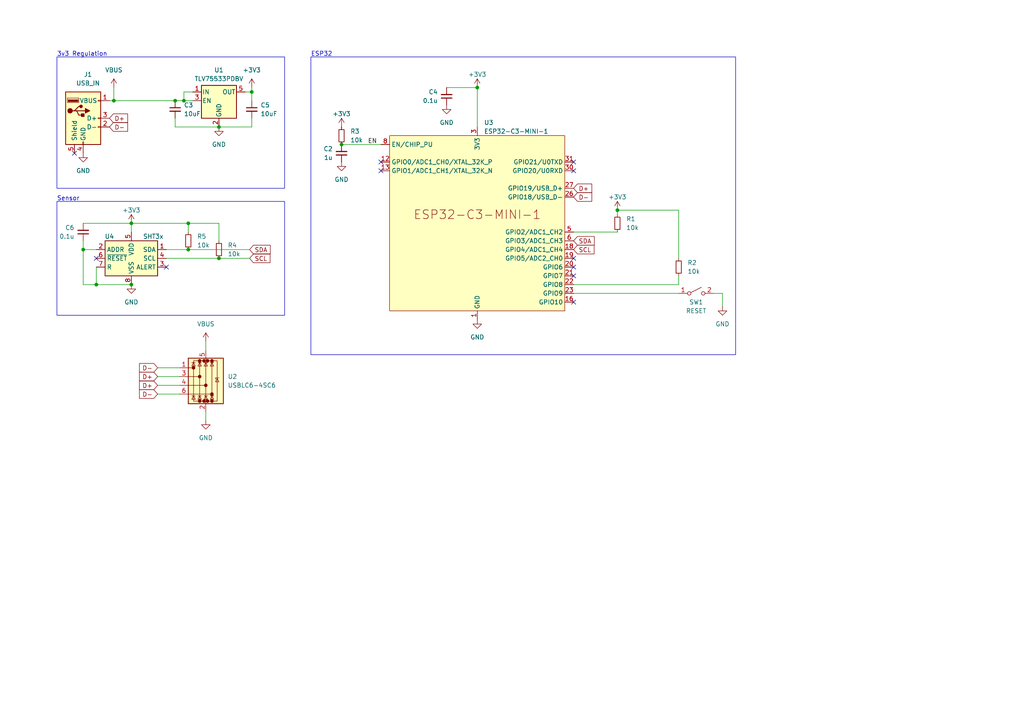
<source format=kicad_sch>
(kicad_sch (version 20231120) (generator "eeschema") (generator_version "8.0")
  (paper "A4")
  (lib_symbols
    (symbol "Connector:USB_A" (pin_names (offset 1.016))
      (property "Reference" "J" (at -5.08 11.43 0))
      (property "Value" "USB_A" (at -5.08 8.89 0))
      (symbol "USB_A_0_1"
        (rectangle (start -5.08 -7.62) (end 5.08 7.62) (stroke (width 0.254)) (fill (type background)))
        (circle (center -3.81 2.159) (radius 0.635) (stroke (width 0.254)) (fill (type outline)))
        (rectangle (start -1.524 4.826) (end -4.318 5.334) (fill (type outline)))
        (rectangle (start -1.27 4.572) (end -4.572 5.842))
        (circle (center -0.635 3.429) (radius 0.381) (stroke (width 0.254)) (fill (type outline)))
        (rectangle (start -0.127 -7.62) (end 0.127 -6.858))
        (polyline (pts (xy -3.175 2.159) (xy -2.54 2.159) (xy -1.27 3.429) (xy -0.635 3.429)) (stroke (width 0.254)))
        (polyline (pts (xy -2.54 2.159) (xy -1.905 2.159) (xy -1.27 0.889) (xy 0 0.889)) (stroke (width 0.254)))
        (polyline (pts (xy 0.635 2.794) (xy 0.635 1.524) (xy 1.905 2.159) (xy 0.635 2.794)) (stroke (width 0.254)) (fill (type outline)))
        (rectangle (start 0.254 1.27) (end -0.508 0.508) (stroke (width 0.254)) (fill (type outline)))
        (rectangle (start 5.08 -2.667) (end 4.318 -2.413))
        (rectangle (start 5.08 -0.127) (end 4.318 0.127))
        (rectangle (start 5.08 4.953) (end 4.318 5.207))
      )
      (symbol "USB_A_1_1"
        (polyline (pts (xy -1.905 2.159) (xy 0.635 2.159)) (stroke (width 0.254)))
        (pin power_in line (at 7.62 5.08 180) (length 2.54) (name "VBUS") (number "1"))
        (pin bidirectional line (at 7.62 -2.54 180) (length 2.54) (name "D-") (number "2"))
        (pin bidirectional line (at 7.62 0 180) (length 2.54) (name "D+") (number "3"))
        (pin power_in line (at 0 -10.16 90) (length 2.54) (name "GND") (number "4"))
        (pin passive line (at -2.54 -10.16 90) (length 2.54) (name "Shield") (number "5"))
      )
    )
    (symbol "Device:C_Small" (pin_numbers hide) (pin_names (offset 0.254) hide)
      (property "Reference" "C" (at 0.254 1.778 0))
      (property "Value" "C_Small" (at 0.254 -2.032 0))
      (symbol "C_Small_0_1"
        (polyline (pts (xy -1.524 -0.508) (xy 1.524 -0.508)) (stroke (width 0.3302)))
        (polyline (pts (xy -1.524 0.508) (xy 1.524 0.508)) (stroke (width 0.3048)))
      )
      (symbol "C_Small_1_1"
        (pin passive line (at 0 2.54 270) (length 2.032) (name "~") (number "1"))
        (pin passive line (at 0 -2.54 90) (length 2.032) (name "~") (number "2"))
      )
    )
    (symbol "Device:R_Small" (pin_numbers hide) (pin_names (offset 0.254) hide)
      (property "Reference" "R" (at 0.762 0.508 0))
      (property "Value" "R_Small" (at 0.762 -1.016 0))
      (symbol "R_Small_0_1"
        (rectangle (start -0.762 1.778) (end 0.762 -1.778) (stroke (width 0.2032)))
      )
      (symbol "R_Small_1_1"
        (pin passive line (at 0 2.54 270) (length 0.762) (name "~") (number "1"))
        (pin passive line (at 0 -2.54 90) (length 0.762) (name "~") (number "2"))
      )
    )
    (symbol "Espressif:ESP32-C3-MINI-1"
      (property "Reference" "U" (at -25.4 30.48 0))
      (property "Value" "ESP32-C3-MINI-1" (at -25.4 27.94 0))
      (symbol "ESP32-C3-MINI-1_0_0"
        (text "ESP32-C3-MINI-1" (at 0 2.54 0) (effects (font (size 2.54 2.54))))
      )
      (symbol "ESP32-C3-MINI-1_0_1"
        (rectangle (start -25.4 25.4) (end 25.4 -25.4) (fill (type background)))
      )
      (symbol "ESP32-C3-MINI-1_1_1"
        (pin power_in line (at 0 -27.94 90) (length 2.54) (name "GND") (number "1"))
        (pin no_connect line (at -25.4 2.54 0) (length 2.54) hide (name "NC") (number "10"))
        (pin passive line (at 0 -27.94 90) (length 2.54) hide (name "GND") (number "11"))
        (pin bidirectional line (at -27.94 17.78 0) (length 2.54) (name "GPIO0/ADC1_CH0/XTAL_32K_P") (number "12"))
        (pin bidirectional line (at -27.94 15.24 0) (length 2.54) (name "GPIO1/ADC1_CH1/XTAL_32K_N") (number "13"))
        (pin passive line (at 0 -27.94 90) (length 2.54) hide (name "GND") (number "14"))
        (pin no_connect line (at -25.4 0 0) (length 2.54) hide (name "NC") (number "15"))
        (pin bidirectional line (at 27.94 -22.86 180) (length 2.54) (name "GPIO10") (number "16"))
        (pin no_connect line (at -25.4 -2.54 0) (length 2.54) hide (name "NC") (number "17"))
        (pin bidirectional line (at 27.94 -7.62 180) (length 2.54) (name "GPIO4/ADC1_CH4") (number "18"))
        (pin bidirectional line (at 27.94 -10.16 180) (length 2.54) (name "GPIO5/ADC2_CH0") (number "19"))
        (pin passive line (at 0 -27.94 90) (length 2.54) hide (name "GND") (number "2"))
        (pin bidirectional line (at 27.94 -12.7 180) (length 2.54) (name "GPIO6") (number "20"))
        (pin bidirectional line (at 27.94 -15.24 180) (length 2.54) (name "GPIO7") (number "21"))
        (pin bidirectional line (at 27.94 -17.78 180) (length 2.54) (name "GPIO8") (number "22"))
        (pin bidirectional line (at 27.94 -20.32 180) (length 2.54) (name "GPIO9") (number "23"))
        (pin no_connect line (at -25.4 -5.08 0) (length 2.54) hide (name "NC") (number "24"))
        (pin no_connect line (at -25.4 -7.62 0) (length 2.54) hide (name "NC") (number "25"))
        (pin bidirectional line (at 27.94 7.62 180) (length 2.54) (name "GPIO18/USB_D-") (number "26"))
        (pin bidirectional line (at 27.94 10.16 180) (length 2.54) (name "GPIO19/USB_D+") (number "27"))
        (pin no_connect line (at -25.4 -10.16 0) (length 2.54) hide (name "NC") (number "28"))
        (pin no_connect line (at -25.4 -12.7 0) (length 2.54) hide (name "NC") (number "29"))
        (pin power_in line (at 0 27.94 270) (length 2.54) (name "3V3") (number "3"))
        (pin bidirectional line (at 27.94 15.24 180) (length 2.54) (name "GPIO20/U0RXD") (number "30"))
        (pin bidirectional line (at 27.94 17.78 180) (length 2.54) (name "GPIO21/U0TXD") (number "31"))
        (pin no_connect line (at -25.4 -15.24 0) (length 2.54) hide (name "NC") (number "32"))
        (pin no_connect line (at -25.4 -17.78 0) (length 2.54) hide (name "NC") (number "33"))
        (pin no_connect line (at -25.4 -20.32 0) (length 2.54) hide (name "NC") (number "34"))
        (pin no_connect line (at -25.4 -22.86 0) (length 2.54) hide (name "NC") (number "35"))
        (pin passive line (at 0 -27.94 90) (length 2.54) hide (name "GND") (number "36"))
        (pin passive line (at 0 -27.94 90) (length 2.54) hide (name "GND") (number "37"))
        (pin passive line (at 0 -27.94 90) (length 2.54) hide (name "GND") (number "38"))
        (pin passive line (at 0 -27.94 90) (length 2.54) hide (name "GND") (number "39"))
        (pin no_connect line (at -25.4 10.16 0) (length 2.54) hide (name "NC") (number "4"))
        (pin passive line (at 0 -27.94 90) (length 2.54) hide (name "GND") (number "40"))
        (pin passive line (at 0 -27.94 90) (length 2.54) hide (name "GND") (number "41"))
        (pin passive line (at 0 -27.94 90) (length 2.54) hide (name "GND") (number "42"))
        (pin passive line (at 0 -27.94 90) (length 2.54) hide (name "GND") (number "43"))
        (pin passive line (at 0 -27.94 90) (length 2.54) hide (name "GND") (number "44"))
        (pin passive line (at 0 -27.94 90) (length 2.54) hide (name "GND") (number "45"))
        (pin passive line (at 0 -27.94 90) (length 2.54) hide (name "GND") (number "46"))
        (pin passive line (at 0 -27.94 90) (length 2.54) hide (name "GND") (number "47"))
        (pin passive line (at 0 -27.94 90) (length 2.54) hide (name "GND") (number "48"))
        (pin passive line (at 0 -27.94 90) (length 2.54) hide (name "GND") (number "49"))
        (pin bidirectional line (at 27.94 -2.54 180) (length 2.54) (name "GPIO2/ADC1_CH2") (number "5"))
        (pin passive line (at 0 -27.94 90) (length 2.54) hide (name "GND") (number "50"))
        (pin passive line (at 0 -27.94 90) (length 2.54) hide (name "GND") (number "51"))
        (pin passive line (at 0 -27.94 90) (length 2.54) hide (name "GND") (number "52"))
        (pin passive line (at 0 -27.94 90) (length 2.54) hide (name "GND") (number "53"))
        (pin bidirectional line (at 27.94 -5.08 180) (length 2.54) (name "GPIO3/ADC1_CH3") (number "6"))
        (pin no_connect line (at -25.4 7.62 0) (length 2.54) hide (name "NC") (number "7"))
        (pin input line (at -27.94 22.86 0) (length 2.54) (name "EN/CHIP_PU") (number "8"))
        (pin no_connect line (at -25.4 5.08 0) (length 2.54) hide (name "NC") (number "9"))
      )
    )
    (symbol "GND_1" (power) (pin_names (offset 0))
      (property "Value" "GND_1" (at 0 -3.81 0))
      (symbol "GND_1_0_1"
        (polyline (pts (xy 0 0) (xy 0 -1.27) (xy 1.27 -1.27) (xy 0 -2.54) (xy -1.27 -1.27) (xy 0 -1.27)))
      )
      (symbol "GND_1_1_1"
        (pin power_in line (at 0 0 270) (length 0) hide (name "GND") (number "1"))
      )
    )
    (symbol "Power_Protection:USBLC6-4SC6" (pin_names hide)
      (property "Reference" "U" (at 1.27 9.525 0))
      (property "Value" "USBLC6-4SC6" (at 1.27 6.985 0))
      (symbol "USBLC6-4SC6_0_0"
        (circle (center -3.556 2.54) (radius 0.0001) (stroke (width 0.508)))
        (circle (center -1.778 -7.112) (radius 0.0001) (stroke (width 0.508)))
        (circle (center -1.778 0) (radius 0.0001) (stroke (width 0.508)))
        (circle (center -1.778 4.572) (radius 0.0001) (stroke (width 0.508)))
        (circle (center -0.508 -7.112) (radius 0.0001) (stroke (width 0.508)))
        (circle (center -0.508 4.572) (radius 0.0001) (stroke (width 0.508)))
        (circle (center 0 -2.54) (radius 0.0001) (stroke (width 0.508)))
        (circle (center 0.508 -7.112) (radius 0.0001) (stroke (width 0.508)))
        (circle (center 0.508 4.572) (radius 0.0001) (stroke (width 0.508)))
        (circle (center 1.778 -7.112) (radius 0.0001) (stroke (width 0.508)))
        (circle (center 1.778 -5.08) (radius 0.0001) (stroke (width 0.508)))
        (circle (center 1.778 4.572) (radius 0.0001) (stroke (width 0.508)))
      )
      (symbol "USBLC6-4SC6_0_1"
        (polyline (pts (xy -5.08 -5.08) (xy 1.778 -5.08)))
        (polyline (pts (xy -5.08 -2.54) (xy 0 -2.54)))
        (polyline (pts (xy -5.08 0) (xy -1.778 0)))
        (polyline (pts (xy -5.08 2.54) (xy -3.556 2.54)))
        (polyline (pts (xy -4.064 -5.588) (xy -3.048 -5.588)))
        (polyline (pts (xy -3.048 4.064) (xy -4.064 4.064)))
        (polyline (pts (xy -2.286 -5.588) (xy -1.27 -5.588)))
        (polyline (pts (xy -2.286 4.064) (xy -1.27 4.064)))
        (polyline (pts (xy -0.508 -5.588) (xy 0.508 -5.588)))
        (polyline (pts (xy 0 5.08) (xy 0.508 4.572)))
        (polyline (pts (xy 0.508 -7.112) (xy -0.508 -7.112)))
        (polyline (pts (xy 0.508 4.064) (xy -0.508 4.064)))
        (polyline (pts (xy 1.27 4.064) (xy 2.286 4.064)))
        (polyline (pts (xy 2.286 -5.588) (xy 1.27 -5.588)))
        (polyline (pts (xy 2.794 -0.762) (xy 2.794 -0.381) (xy 3.81 -0.381)))
        (polyline (pts (xy -4.064 3.048) (xy -3.048 3.048) (xy -3.556 4.064) (xy -4.064 3.048)))
        (polyline (pts (xy -3.048 -6.604) (xy -4.064 -6.604) (xy -3.556 -5.588) (xy -3.048 -6.604)))
        (polyline (pts (xy -1.27 -6.604) (xy -2.286 -6.604) (xy -1.778 -5.588) (xy -1.27 -6.604)))
        (polyline (pts (xy -1.27 3.048) (xy -2.286 3.048) (xy -1.778 4.064) (xy -1.27 3.048)))
        (polyline (pts (xy -0.508 -6.604) (xy 0.508 -6.604) (xy 0 -5.588) (xy -0.508 -6.604)))
        (polyline (pts (xy -0.508 3.048) (xy 0.508 3.048) (xy 0 4.064) (xy -0.508 3.048)))
        (polyline (pts (xy 1.27 -6.604) (xy 2.286 -6.604) (xy 1.778 -5.588) (xy 1.27 -6.604)))
        (polyline (pts (xy 1.778 4.572) (xy 3.302 4.572) (xy 3.302 -7.112) (xy 1.778 -7.112)))
        (polyline (pts (xy 2.286 3.048) (xy 1.27 3.048) (xy 1.778 4.064) (xy 2.286 3.048)))
        (polyline (pts (xy 3.81 -1.524) (xy 2.794 -1.524) (xy 3.302 -0.508) (xy 3.81 -1.524)))
      )
      (symbol "USBLC6-4SC6_1_1"
        (rectangle (start -5.08 5.334) (end 5.08 -7.874) (stroke (width 0.254)) (fill (type background)))
        (polyline (pts (xy -1.778 4.572) (xy -3.556 4.572) (xy -3.556 -7.112) (xy -1.778 -7.112)))
        (polyline (pts (xy -0.508 4.572) (xy 1.778 4.572) (xy 1.778 -7.112) (xy 0.508 -7.112)))
        (polyline (pts (xy 0.508 -7.112) (xy 0 -6.604) (xy 0 4.064) (xy -0.508 4.572)))
        (polyline (pts (xy 0 -7.62) (xy -0.508 -7.112) (xy -1.778 -7.112) (xy -1.778 4.572) (xy -0.508 4.572)))
        (pin passive line (at -7.62 2.54 0) (length 2.54) (name "I/O1") (number "1"))
        (pin passive line (at 0 -10.16 90) (length 2.54) (name "GND") (number "2"))
        (pin passive line (at -7.62 0 0) (length 2.54) (name "I/O2") (number "3"))
        (pin passive line (at -7.62 -2.54 0) (length 2.54) (name "I/O3") (number "4"))
        (pin passive line (at 0 7.62 270) (length 2.54) (name "VBUS") (number "5"))
        (pin passive line (at -7.62 -5.08 0) (length 2.54) (name "I/O4") (number "6"))
      )
    )
    (symbol "Regulator_Linear:TLV75533PDBV" (pin_names (offset 0.254))
      (property "Reference" "U" (at -3.81 5.715 0))
      (property "Value" "TLV75533PDBV" (at 0 5.715 0))
      (symbol "TLV75533PDBV_0_1"
        (rectangle (start -5.08 4.445) (end 5.08 -5.08) (stroke (width 0.254)) (fill (type background)))
      )
      (symbol "TLV75533PDBV_1_1"
        (pin power_in line (at -7.62 2.54 0) (length 2.54) (name "IN") (number "1"))
        (pin power_in line (at 0 -7.62 90) (length 2.54) (name "GND") (number "2"))
        (pin input line (at -7.62 0 0) (length 2.54) (name "EN") (number "3"))
        (pin no_connect line (at 5.08 0 180) (length 2.54) hide (name "NC") (number "4"))
        (pin power_out line (at 7.62 2.54 180) (length 2.54) (name "OUT") (number "5"))
      )
    )
    (symbol "Sensor_Humidity:SHT30-DIS"
      (property "Reference" "U" (at -6.35 6.35 0))
      (property "Value" "SHT30-DIS" (at 6.35 6.35 0))
      (symbol "SHT30-DIS_0_1"
        (rectangle (start -7.62 5.08) (end 7.62 -5.08) (stroke (width 0.254)) (fill (type background)))
      )
      (symbol "SHT30-DIS_1_1"
        (pin bidirectional line (at 10.16 2.54 180) (length 2.54) (name "SDA") (number "1"))
        (pin input line (at -10.16 2.54 0) (length 2.54) (name "ADDR") (number "2"))
        (pin output line (at 10.16 -2.54 180) (length 2.54) (name "ALERT") (number "3"))
        (pin input line (at 10.16 0 180) (length 2.54) (name "SCL") (number "4"))
        (pin power_in line (at 0 7.62 270) (length 2.54) (name "VDD") (number "5"))
        (pin input line (at -10.16 0 0) (length 2.54) (name "~{RESET}") (number "6"))
        (pin passive line (at -10.16 -2.54 0) (length 2.54) (name "R") (number "7"))
        (pin power_in line (at 0 -7.62 90) (length 2.54) (name "VSS") (number "8"))
        (pin passive line (at 0 -7.62 90) (length 2.54) hide (name "VSS") (number "9"))
      )
    )
    (symbol "Switch:SW_SPST" (pin_names (offset 0) hide)
      (property "Reference" "SW" (at 0 3.175 0))
      (property "Value" "SW_SPST" (at 0 -2.54 0))
      (symbol "SW_SPST_0_0"
        (circle (center -2.032 0) (radius 0.508))
        (polyline (pts (xy -1.524 0.254) (xy 1.524 1.778)))
        (circle (center 2.032 0) (radius 0.508))
      )
      (symbol "SW_SPST_1_1"
        (pin passive line (at -5.08 0 0) (length 2.54) (name "A") (number "1"))
        (pin passive line (at 5.08 0 180) (length 2.54) (name "B") (number "2"))
      )
    )
    (symbol "power:+3V3" (power) (pin_names (offset 0))
      (property "Value" "+3V3" (at 0 3.556 0))
      (symbol "+3V3_0_1"
        (polyline (pts (xy -0.762 1.27) (xy 0 2.54)))
        (polyline (pts (xy 0 0) (xy 0 2.54)))
        (polyline (pts (xy 0 2.54) (xy 0.762 1.27)))
      )
      (symbol "+3V3_1_1"
        (pin power_in line (at 0 0 90) (length 0) hide (name "+3V3") (number "1"))
      )
    )
    (symbol "power:GND" (power) (pin_names (offset 0))
      (property "Value" "GND" (at 0 -3.81 0))
      (symbol "GND_0_1"
        (polyline (pts (xy 0 0) (xy 0 -1.27) (xy 1.27 -1.27) (xy 0 -2.54) (xy -1.27 -1.27) (xy 0 -1.27)))
      )
      (symbol "GND_1_1"
        (pin power_in line (at 0 0 270) (length 0) hide (name "GND") (number "1"))
      )
    )
    (symbol "power:VBUS" (power) (pin_names (offset 0))
      (property "Value" "VBUS" (at 0 3.81 0))
      (symbol "VBUS_0_1"
        (polyline (pts (xy -0.762 1.27) (xy 0 2.54)))
        (polyline (pts (xy 0 0) (xy 0 2.54)))
        (polyline (pts (xy 0 2.54) (xy 0.762 1.27)))
      )
      (symbol "VBUS_1_1"
        (pin power_in line (at 0 0 90) (length 0) hide (name "VBUS") (number "1"))
      )
    )
  )
  (junction (at 50.8 29.21) (diameter 0.9144))
  (junction (at 138.43 25.4))
  (junction (at 27.94 82.55) (diameter 0.9144))
  (junction (at 63.5 36.83) (diameter 0.9144))
  (junction (at 53.34 29.21))
  (junction (at 24.13 72.39))
  (junction (at 73.025 26.67))
  (junction (at 54.61 64.77) (diameter 0.9144))
  (junction (at 179.07 60.96))
  (junction (at 38.1 82.55) (diameter 0.9144))
  (junction (at 54.61 72.39) (diameter 0.9144))
  (junction (at 99.06 41.91))
  (junction (at 63.5 74.93) (diameter 0.9144))
  (junction (at 33.02 29.21) (diameter 0.9144))
  (junction (at 38.1 64.77) (diameter 0.9144))
  (no_connect (at 110.49 46.99))
  (no_connect (at 110.49 49.53))
  (no_connect (at 166.37 46.99))
  (no_connect (at 166.37 49.53))
  (no_connect (at 166.37 80.01))
  (no_connect (at 27.94 74.93))
  (no_connect (at 48.26 77.47))
  (no_connect (at 166.37 77.47))
  (no_connect (at 166.37 87.63))
  (no_connect (at 21.59 44.45))
  (no_connect (at 166.37 74.93))
  (wire (pts (xy 196.85 82.55) (xy 166.37 82.55)))
  (wire (pts (xy 50.8 36.83) (xy 63.5 36.83)))
  (wire (pts (xy 63.5 36.83) (xy 73.025 36.83)))
  (wire (pts (xy 54.61 72.39) (xy 72.39 72.39)))
  (wire (pts (xy 45.72 114.3) (xy 52.07 114.3)))
  (wire (pts (xy 38.1 64.77) (xy 54.61 64.77)))
  (wire (pts (xy 54.61 64.77) (xy 54.61 67.31)))
  (wire (pts (xy 53.34 29.21) (xy 55.88 29.21)))
  (wire (pts (xy 53.34 26.67) (xy 53.34 29.21)))
  (wire (pts (xy 24.13 64.77) (xy 38.1 64.77)))
  (wire (pts (xy 99.06 41.91) (xy 110.49 41.91)))
  (wire (pts (xy 45.72 109.22) (xy 52.07 109.22)))
  (wire (pts (xy 73.025 34.29) (xy 73.025 36.83)))
  (wire (pts (xy 73.025 26.67) (xy 71.12 26.67)))
  (wire (pts (xy 45.72 111.76) (xy 52.07 111.76)))
  (wire (pts (xy 73.025 26.67) (xy 73.025 29.21)))
  (wire (pts (xy 33.02 29.21) (xy 50.8 29.21)))
  (wire (pts (xy 50.8 29.21) (xy 53.34 29.21)))
  (wire (pts (xy 196.85 74.93) (xy 196.85 60.96)))
  (wire (pts (xy 73.025 25.4) (xy 73.025 26.67)))
  (wire (pts (xy 45.72 106.68) (xy 52.07 106.68)))
  (wire (pts (xy 24.13 72.39) (xy 24.13 82.55)))
  (wire (pts (xy 24.13 82.55) (xy 27.94 82.55)))
  (wire (pts (xy 27.94 72.39) (xy 24.13 72.39)))
  (wire (pts (xy 24.13 69.85) (xy 24.13 72.39)))
  (wire (pts (xy 48.26 74.93) (xy 63.5 74.93)))
  (wire (pts (xy 209.55 85.09) (xy 209.55 88.9)))
  (wire (pts (xy 207.01 85.09) (xy 209.55 85.09)))
  (wire (pts (xy 166.37 85.09) (xy 196.85 85.09)))
  (wire (pts (xy 38.1 64.77) (xy 38.1 67.31)))
  (wire (pts (xy 48.26 72.39) (xy 54.61 72.39)))
  (wire (pts (xy 63.5 64.77) (xy 54.61 64.77)))
  (wire (pts (xy 63.5 69.85) (xy 63.5 64.77)))
  (wire (pts (xy 196.85 60.96) (xy 179.07 60.96)))
  (wire (pts (xy 63.5 74.93) (xy 72.39 74.93)))
  (wire (pts (xy 59.69 99.06) (xy 59.69 101.6)))
  (wire (pts (xy 196.85 80.01) (xy 196.85 82.55)))
  (wire (pts (xy 59.69 119.38) (xy 59.69 121.92)))
  (wire (pts (xy 129.54 25.4) (xy 138.43 25.4)))
  (wire (pts (xy 179.07 60.96) (xy 179.07 62.23)))
  (wire (pts (xy 55.88 26.67) (xy 53.34 26.67)))
  (wire (pts (xy 166.37 67.31) (xy 179.07 67.31)))
  (wire (pts (xy 50.8 36.83) (xy 50.8 34.29)))
  (wire (pts (xy 27.94 77.47) (xy 27.94 82.55)))
  (wire (pts (xy 27.94 82.55) (xy 38.1 82.55)))
  (wire (pts (xy 33.02 29.21) (xy 31.75 29.21)))
  (wire (pts (xy 138.43 25.4) (xy 138.43 36.83)))
  (wire (pts (xy 33.02 25.4) (xy 33.02 29.21)))
  (rectangle (start 90.17 16.51) (end 213.36 102.87))
  (rectangle (start 16.51 16.51) (end 82.55 54.61))
  (rectangle (start 16.51 58.42) (end 82.55 91.44))
  (text "3v3 Regulation" (at 16.51 16.51 0) (effects (font (size 1.27 1.27)) (justify left bottom)))
  (text "Sensor" (at 16.51 58.42 0) (effects (font (size 1.27 1.27)) (justify left bottom)))
  (text "ESP32" (at 90.17 16.51 0) (effects (font (size 1.27 1.27)) (justify left bottom)))
  (label "EN" (at 106.68 41.91 0))
  (global_label "D-" (shape input) (at 45.72 114.3 180) (property "Intersheetrefs" "${INTERSHEET_REFS}" (effects (hide yes))))
  (global_label "D+" (shape input) (at 45.72 109.22 180) (property "Intersheetrefs" "${INTERSHEET_REFS}" (effects (hide yes))))
  (global_label "D+" (shape input) (at 166.37 54.61 0) (property "Intersheetrefs" "${INTERSHEET_REFS}" (effects (hide yes))))
  (global_label "SDA" (shape input) (at 72.39 72.39 0) (property "Intersheetrefs" "${INTERSHEET_REFS}" (effects (hide yes))))
  (global_label "SCL" (shape input) (at 166.37 72.39 0) (property "Intersheetrefs" "${INTERSHEET_REFS}" (effects (hide yes))))
  (global_label "D-" (shape input) (at 31.75 36.83 0) (property "Intersheetrefs" "${INTERSHEET_REFS}" (effects (hide yes))))
  (global_label "SCL" (shape input) (at 72.39 74.93 0) (property "Intersheetrefs" "${INTERSHEET_REFS}" (effects (hide yes))))
  (global_label "D+" (shape input) (at 45.72 111.76 180) (property "Intersheetrefs" "${INTERSHEET_REFS}" (effects (hide yes))))
  (global_label "D+" (shape input) (at 31.75 34.29 0) (property "Intersheetrefs" "${INTERSHEET_REFS}" (effects (hide yes))))
  (global_label "SDA" (shape input) (at 166.37 69.85 0) (property "Intersheetrefs" "${INTERSHEET_REFS}" (effects (hide yes))))
  (global_label "D-" (shape input) (at 166.37 57.15 0) (property "Intersheetrefs" "${INTERSHEET_REFS}" (effects (hide yes))))
  (global_label "D-" (shape input) (at 45.72 106.68 180) (property "Intersheetrefs" "${INTERSHEET_REFS}" (effects (hide yes))))
  (symbol (lib_name "GND_1") (lib_id "power:GND") (at 99.06 46.99 0) (unit 1)
    (property "Reference" "#PWR02" (effects (hide yes)))
    (property "Value" "GND" (at 99.06 52.07 0))
  )
  (symbol (lib_id "Device:C_Small") (at 50.8 31.75 0) (unit 1)
    (property "Reference" "C3" (at 53.34 30.4863 0) (effects (justify left)))
    (property "Value" "10uF" (at 53.34 33.0263 0) (effects (justify left)))
    (property "Footprint" "Capacitor_SMD:C_0603_1608Metric" (effects (hide yes)))
    (property "LCSC" "C19702" (effects (hide yes)))
  )
  (symbol (lib_name "GND_1") (lib_id "power:GND") (at 138.43 92.71 0) (unit 1)
    (property "Reference" "#PWR05" (effects (hide yes)))
    (property "Value" "GND" (at 138.43 97.79 0))
  )
  (symbol (lib_id "Device:C_Small") (at 73.025 31.75 0) (unit 1)
    (property "Reference" "C5" (at 75.565 30.4799 0) (effects (justify left)))
    (property "Value" "10uF" (at 75.565 33.0199 0) (effects (justify left)))
    (property "Footprint" "Capacitor_SMD:C_0603_1608Metric" (effects (hide yes)))
    (property "LCSC" "C19702" (effects (hide yes)))
  )
  (symbol (lib_id "power:VBUS") (at 33.02 25.4 0) (unit 1)
    (property "Reference" "#PWR0102" (effects (hide yes)))
    (property "Value" "VBUS" (at 33.02 20.32 0))
  )
  (symbol (lib_id "Sensor_Humidity:SHT30-DIS") (at 38.1 74.93 0) (unit 1)
    (property "Reference" "U4" (at 31.75 68.58 0))
    (property "Value" "SHT3x" (at 44.45 68.58 0))
    (property "Footprint" "Sensor_Humidity:Sensirion_DFN-8-1EP_2.5x2.5mm_P0.5mm_EP1.1x1.7mm" (effects (hide yes)))
    (property "Datasheet" "https://www.sensirion.com/fileadmin/user_upload/customers/sensirion/Dokumente/2_Humidity_Sensors/Datasheets/Sensirion_Humidity_Sensors_SHT3x_Datasheet_digital.pdf" (effects (hide yes)))
    (property "LCSC" "C80862" (effects (hide yes)))
  )
  (symbol (lib_id "Device:C_Small") (at 99.06 44.45 0) (mirror x) (unit 1)
    (property "Reference" "C2" (at 96.52 43.1799 0) (effects (justify right)))
    (property "Value" "1u" (at 96.52 45.7199 0) (effects (justify right)))
    (property "Footprint" "Capacitor_SMD:C_0603_1608Metric" (effects (hide yes)))
    (property "LCSC" "C15850" (effects (hide yes)))
  )
  (symbol (lib_id "Device:R_Small") (at 179.07 64.77 0) (unit 1)
    (property "Reference" "R1" (at 181.61 63.4999 0) (effects (justify left)))
    (property "Value" "10k" (at 181.61 66.0399 0) (effects (justify left)))
    (property "Footprint" "Resistor_SMD:R_0402_1005Metric" (effects (hide yes)))
    (property "LCSC" "C25744" (effects (hide yes)))
  )
  (symbol (lib_id "power:GND") (at 24.13 44.45 0) (unit 1)
    (property "Reference" "#PWR0101" (effects (hide yes)))
    (property "Value" "GND" (at 24.13 49.53 0))
  )
  (symbol (lib_id "power:+3V3") (at 138.43 25.4 0) (unit 1)
    (property "Reference" "#PWR04" (effects (hide yes)))
    (property "Value" "+3V3" (at 138.43 21.59 0))
  )
  (symbol (lib_name "GND_1") (lib_id "power:GND") (at 129.54 30.48 0) (unit 1)
    (property "Reference" "#PWR03" (effects (hide yes)))
    (property "Value" "GND" (at 129.54 35.56 0))
  )
  (symbol (lib_id "power:+3V3") (at 99.06 36.83 0) (unit 1)
    (property "Reference" "#PWR01" (effects (hide yes)))
    (property "Value" "+3V3" (at 99.06 33.02 0))
  )
  (symbol (lib_id "Regulator_Linear:TLV75533PDBV") (at 63.5 29.21 0) (unit 1)
    (property "Reference" "U1" (at 63.5 20.32 0))
    (property "Value" "TLV75533PDBV" (at 63.5 22.86 0))
    (property "Footprint" "Package_TO_SOT_SMD:SOT-23-5" (effects (hide yes)))
    (property "Datasheet" "http://www.ti.com/lit/ds/symlink/tlv755p.pdf" (effects (hide yes)))
    (property "Description" "500mA Low Dropout Voltage Regulator, Fixed Output 3.3V, SOT-23-5" (effects (hide yes)))
  )
  (symbol (lib_id "Espressif:ESP32-C3-MINI-1") (at 138.43 64.77 0) (unit 1)
    (property "Reference" "U3" (at 140.3859 35.56 0) (effects (justify left)))
    (property "Value" "ESP32-C3-MINI-1" (at 140.3859 38.1 0) (effects (justify left)))
    (property "Footprint" "Espressif:ESP32-C3-MINI-1" (effects (hide yes)))
    (property "Datasheet" "https://www.espressif.com/sites/default/files/documentation/esp32-c3-mini-1_datasheet_en.pdf" (effects (hide yes)))
    (property "LCSC" "C2838502" (effects (hide yes)))
  )
  (symbol (lib_id "Device:C_Small") (at 24.13 67.31 180) (unit 1)
    (property "Reference" "C6" (at 21.59 66.0336 0) (effects (justify left)))
    (property "Value" "0.1u" (at 21.59 68.5736 0) (effects (justify left)))
    (property "Footprint" "Capacitor_SMD:C_0603_1608Metric" (effects (hide yes)))
    (property "LCSC" "C14663" (effects (hide yes)))
  )
  (symbol (lib_id "power:GND") (at 63.5 36.83 0) (unit 1)
    (property "Reference" "#PWR0106" (effects (hide yes)))
    (property "Value" "GND" (at 63.5 41.91 0))
  )
  (symbol (lib_id "power:GND") (at 59.69 121.92 0) (unit 1)
    (property "Reference" "#PWR09" (effects (hide yes)))
    (property "Value" "GND" (at 59.69 127 0))
  )
  (symbol (lib_id "power:+3V3") (at 38.1 64.77 0) (unit 1)
    (property "Reference" "#PWR0111" (effects (hide yes)))
    (property "Value" "+3V3" (at 38.1 60.96 0))
  )
  (symbol (lib_id "power:+3V3") (at 73.025 25.4 0) (unit 1)
    (property "Reference" "#PWR0105" (effects (hide yes)))
    (property "Value" "+3V3" (at 73.025 20.32 0))
  )
  (symbol (lib_id "Device:R_Small") (at 99.06 39.37 0) (unit 1)
    (property "Reference" "R3" (at 101.6 38.0999 0) (effects (justify left)))
    (property "Value" "10k" (at 101.6 40.6399 0) (effects (justify left)))
    (property "Footprint" "Resistor_SMD:R_0402_1005Metric" (effects (hide yes)))
    (property "LCSC" "C25744" (effects (hide yes)))
  )
  (symbol (lib_id "Power_Protection:USBLC6-4SC6") (at 59.69 109.22 0) (unit 1)
    (property "Reference" "U2" (at 66.04 109.2199 0) (effects (justify left)))
    (property "Value" "USBLC6-4SC6" (at 66.04 111.7599 0) (effects (justify left)))
    (property "Footprint" "Package_TO_SOT_SMD:SOT-23-6" (effects (hide yes)))
    (property "Datasheet" "https://www.st.com/resource/en/datasheet/usblc6-4.pdf" (effects (hide yes)))
    (property "Description" "Very low capacitance ESD protection diode, 4 data-line, SOT-23-6" (effects (hide yes)))
  )
  (symbol (lib_id "Device:C_Small") (at 129.54 27.94 180) (unit 1)
    (property "Reference" "C4" (at 127 26.6636 0) (effects (justify left)))
    (property "Value" "0.1u" (at 127 29.2036 0) (effects (justify left)))
    (property "Footprint" "Capacitor_SMD:C_0603_1608Metric" (effects (hide yes)))
    (property "LCSC" "C14663" (effects (hide yes)))
  )
  (symbol (lib_id "Device:R_Small") (at 54.61 69.85 0) (unit 1)
    (property "Reference" "R5" (at 57.15 68.5799 0) (effects (justify left)))
    (property "Value" "10k" (at 57.15 71.1199 0) (effects (justify left)))
    (property "Footprint" "Resistor_SMD:R_0402_1005Metric" (effects (hide yes)))
    (property "LCSC" "C25744" (effects (hide yes)))
  )
  (symbol (lib_id "Connector:USB_A") (at 24.13 34.29 0) (unit 1)
    (property "Reference" "J1" (at 25.527 21.59 0))
    (property "Value" "USB_IN" (at 25.527 24.13 0))
    (property "Footprint" "Project specific:SHOU_HAN_AM90" (effects (hide yes)))
    (property "Datasheet" " ~" (effects (hide yes)))
    (property "LCSC" "C112454" (effects (hide yes)))
  )
  (symbol (lib_name "GND_1") (lib_id "power:GND") (at 209.55 88.9 0) (unit 1)
    (property "Reference" "#PWR07" (effects (hide yes)))
    (property "Value" "GND" (at 209.55 93.98 0))
  )
  (symbol (lib_id "Device:R_Small") (at 63.5 72.39 0) (unit 1)
    (property "Reference" "R4" (at 66.04 71.1199 0) (effects (justify left)))
    (property "Value" "10k" (at 66.04 73.6599 0) (effects (justify left)))
    (property "Footprint" "Resistor_SMD:R_0402_1005Metric" (effects (hide yes)))
    (property "LCSC" "C25744" (effects (hide yes)))
  )
  (symbol (lib_id "power:GND") (at 38.1 82.55 0) (unit 1)
    (property "Reference" "#PWR0112" (effects (hide yes)))
    (property "Value" "GND" (at 38.1 87.63 0))
  )
  (symbol (lib_id "Device:R_Small") (at 196.85 77.47 0) (unit 1)
    (property "Reference" "R2" (at 199.39 76.1999 0) (effects (justify left)))
    (property "Value" "10k" (at 199.39 78.7399 0) (effects (justify left)))
    (property "Footprint" "Resistor_SMD:R_0402_1005Metric" (effects (hide yes)))
    (property "LCSC" "C25744" (effects (hide yes)))
  )
  (symbol (lib_id "power:+3V3") (at 179.07 60.96 0) (unit 1)
    (property "Reference" "#PWR06" (effects (hide yes)))
    (property "Value" "+3V3" (at 179.07 57.15 0))
  )
  (symbol (lib_id "Switch:SW_SPST") (at 201.93 85.09 0) (unit 1)
    (property "Reference" "SW1" (at 201.93 87.63 0))
    (property "Value" "RESET" (at 201.93 90.17 0))
    (property "Footprint" "EasyEda:SW-SMD_L3.0-W2.5-P3.40-LS4.0-EH" (effects (hide yes)))
    (property "LCSC" "C318884" (effects (hide yes)))
  )
  (symbol (lib_id "power:VBUS") (at 59.69 99.06 0) (unit 1)
    (property "Reference" "#PWR08" (effects (hide yes)))
    (property "Value" "VBUS" (at 59.69 93.98 0))
  )
)
</source>
